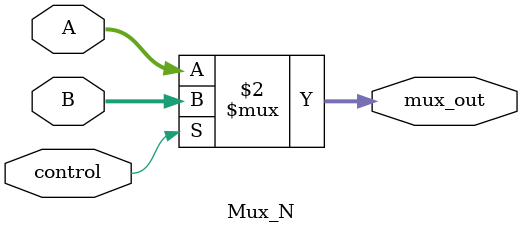
<source format=v>
module Mux_N 
#(parameter N=32)
(
 input [N-1:0] A, B,
 input control,
 output [N-1:0] mux_out
);

 assign mux_out = (control==0) ? A:B;
endmodule

</source>
